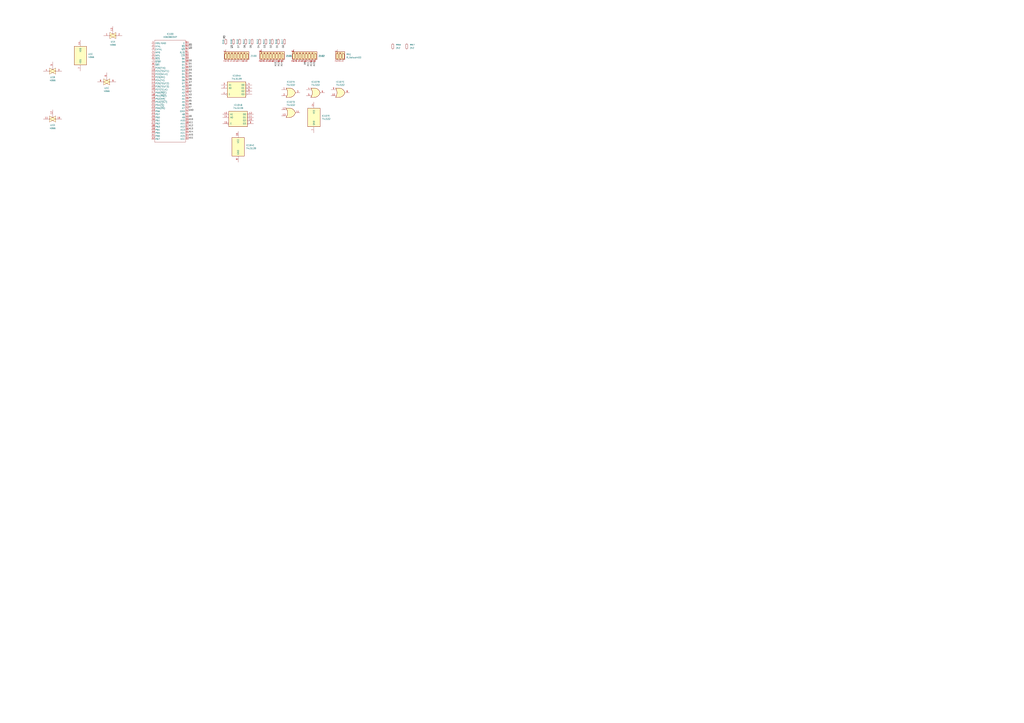
<source format=kicad_sch>
(kicad_sch (version 20250114) (generator "eeschema") (generator_version "9.0")
  (paper "A1")
  (lib_symbols
    (symbol "4xxx:4066" (pin_names (offset 1.016))
      (property "Reference" "U" (at -7.62 8.89 0))
      (property "Value" "4066" (at -7.62 -8.89 0))
      (symbol "4066_1_0"
        (polyline (pts (xy -2.54 2.54) (xy 2.54 0) (xy -2.54 -2.54) (xy -2.54 2.54)) (fill (type background)))
        (polyline (pts (xy -2.54 0) (xy 2.54 2.54) (xy 2.54 -2.54) (xy -2.54 0)) (fill (type background)))
        (polyline (pts (xy 0 1.27) (xy 0 2.54)) (stroke (width 0.1524)))
        (pin passive line (at -7.62 0 0) (length 5.08) (name "~") (number "1"))
        (pin input line (at 0 7.62 270) (length 5.08) (name "~") (number "13"))
        (pin passive line (at 7.62 0 180) (length 5.08) (name "~") (number "2"))
      )
      (symbol "4066_2_0"
        (polyline (pts (xy -2.54 2.54) (xy 2.54 0) (xy -2.54 -2.54) (xy -2.54 2.54)) (fill (type background)))
        (polyline (pts (xy -2.54 0) (xy 2.54 2.54) (xy 2.54 -2.54) (xy -2.54 0)) (fill (type background)))
        (polyline (pts (xy 0 1.27) (xy 0 2.54)) (stroke (width 0.1524)))
        (pin passive line (at -7.62 0 0) (length 5.08) (name "~") (number "4"))
        (pin input line (at 0 7.62 270) (length 5.08) (name "~") (number "5"))
        (pin passive line (at 7.62 0 180) (length 5.08) (name "~") (number "3"))
      )
      (symbol "4066_3_0"
        (polyline (pts (xy -2.54 2.54) (xy 2.54 0) (xy -2.54 -2.54) (xy -2.54 2.54)) (fill (type background)))
        (polyline (pts (xy -2.54 0) (xy 2.54 2.54) (xy 2.54 -2.54) (xy -2.54 0)) (fill (type background)))
        (polyline (pts (xy 0 1.27) (xy 0 2.54)) (stroke (width 0.1524)))
        (pin passive line (at -7.62 0 0) (length 5.08) (name "~") (number "8"))
        (pin input line (at 0 7.62 270) (length 5.08) (name "~") (number "6"))
        (pin passive line (at 7.62 0 180) (length 5.08) (name "~") (number "9"))
      )
      (symbol "4066_4_0"
        (polyline (pts (xy -2.54 2.54) (xy 2.54 0) (xy -2.54 -2.54) (xy -2.54 2.54)) (fill (type background)))
        (polyline (pts (xy -2.54 0) (xy 2.54 2.54) (xy 2.54 -2.54) (xy -2.54 0)) (fill (type background)))
        (polyline (pts (xy 0 1.27) (xy 0 2.54)) (stroke (width 0.1524)))
        (pin passive line (at -7.62 0 0) (length 5.08) (name "~") (number "11"))
        (pin input line (at 0 7.62 270) (length 5.08) (name "~") (number "12"))
        (pin passive line (at 7.62 0 180) (length 5.08) (name "~") (number "10"))
      )
      (symbol "4066_5_0"
        (pin power_in line (at 0 12.7 270) (length 5.08) (name "VDD") (number "14"))
        (pin power_in line (at 0 -12.7 90) (length 5.08) (name "VSS") (number "7"))
      )
      (symbol "4066_5_1"
        (rectangle (start -5.08 7.62) (end 5.08 -7.62) (stroke (width 0.254)) (fill (type background)))
      )
    )
    (symbol "74xx:74LS139" (pin_names (offset 1.016))
      (property "Reference" "U" (at -7.62 8.89 0))
      (property "Value" "74LS139" (at -7.62 -8.89 0))
      (symbol "74LS139_1_0"
        (pin input line (at -12.7 2.54 0) (length 5.08) (name "A1") (number "3"))
        (pin input line (at -12.7 0 0) (length 5.08) (name "A0") (number "2"))
        (pin input inverted (at -12.7 -5.08 0) (length 5.08) (name "E") (number "1"))
        (pin output inverted (at 12.7 2.54 180) (length 5.08) (name "O0") (number "4"))
        (pin output inverted (at 12.7 0 180) (length 5.08) (name "O1") (number "5"))
        (pin output inverted (at 12.7 -2.54 180) (length 5.08) (name "O2") (number "6"))
        (pin output inverted (at 12.7 -5.08 180) (length 5.08) (name "O3") (number "7"))
      )
      (symbol "74LS139_1_1"
        (rectangle (start -7.62 5.08) (end 7.62 -7.62) (stroke (width 0.254)) (fill (type background)))
      )
      (symbol "74LS139_2_0"
        (pin input line (at -12.7 2.54 0) (length 5.08) (name "A1") (number "13"))
        (pin input line (at -12.7 0 0) (length 5.08) (name "A0") (number "14"))
        (pin input inverted (at -12.7 -5.08 0) (length 5.08) (name "E") (number "15"))
        (pin output inverted (at 12.7 2.54 180) (length 5.08) (name "O0") (number "12"))
        (pin output inverted (at 12.7 0 180) (length 5.08) (name "O1") (number "11"))
        (pin output inverted (at 12.7 -2.54 180) (length 5.08) (name "O2") (number "10"))
        (pin output inverted (at 12.7 -5.08 180) (length 5.08) (name "O3") (number "9"))
      )
      (symbol "74LS139_2_1"
        (rectangle (start -7.62 5.08) (end 7.62 -7.62) (stroke (width 0.254)) (fill (type background)))
      )
      (symbol "74LS139_3_0"
        (pin power_in line (at 0 12.7 270) (length 5.08) (name "VCC") (number "16"))
        (pin power_in line (at 0 -12.7 90) (length 5.08) (name "GND") (number "8"))
      )
      (symbol "74LS139_3_1"
        (rectangle (start -5.08 7.62) (end 5.08 -7.62) (stroke (width 0.254)) (fill (type background)))
      )
    )
    (symbol "74xx:74LS32" (pin_names (offset 1.016))
      (property "Reference" "U" (at 0 1.27 0))
      (property "Value" "74LS32" (at 0 -1.27 0))
      (symbol "74LS32_1_1"
        (arc (start -3.81 3.81) (mid -2.589 0) (end -3.81 -3.81) (stroke (width 0.254)))
        (polyline (pts (xy -3.81 3.81) (xy -0.635 3.81)) (stroke (width 0.254)) (fill (type background)))
        (polyline (pts (xy -3.81 -3.81) (xy -0.635 -3.81)) (stroke (width 0.254)) (fill (type background)))
        (arc (start 3.81 0) (mid 2.1855 -2.584) (end -0.6096 -3.81) (stroke (width 0.254)) (fill (type background)))
        (arc (start -0.6096 3.81) (mid 2.1928 2.5924) (end 3.81 0) (stroke (width 0.254)) (fill (type background)))
        (polyline (pts (xy -0.635 3.81) (xy -3.81 3.81) (xy -3.81 3.81) (xy -3.556 3.4036) (xy -3.0226 2.2606) (xy -2.6924 1.0414) (xy -2.6162 -0.254) (xy -2.7686 -1.4986) (xy -3.175 -2.7178) (xy -3.81 -3.81) (xy -3.81 -3.81) (xy -0.635 -3.81)) (stroke (width -25.4)) (fill (type background)))
        (pin input line (at -7.62 2.54 0) (length 4.318) (name "~") (number "1"))
        (pin input line (at -7.62 -2.54 0) (length 4.318) (name "~") (number "2"))
        (pin output line (at 7.62 0 180) (length 3.81) (name "~") (number "3"))
      )
      (symbol "74LS32_1_2"
        (arc (start 0 3.81) (mid 3.7934 0) (end 0 -3.81) (stroke (width 0.254)) (fill (type background)))
        (polyline (pts (xy 0 3.81) (xy -3.81 3.81) (xy -3.81 -3.81) (xy 0 -3.81)) (stroke (width 0.254)) (fill (type background)))
        (pin input inverted (at -7.62 2.54 0) (length 3.81) (name "~") (number "1"))
        (pin input inverted (at -7.62 -2.54 0) (length 3.81) (name "~") (number "2"))
        (pin output inverted (at 7.62 0 180) (length 3.81) (name "~") (number "3"))
      )
      (symbol "74LS32_2_1"
        (arc (start -3.81 3.81) (mid -2.589 0) (end -3.81 -3.81) (stroke (width 0.254)))
        (polyline (pts (xy -3.81 3.81) (xy -0.635 3.81)) (stroke (width 0.254)) (fill (type background)))
        (polyline (pts (xy -3.81 -3.81) (xy -0.635 -3.81)) (stroke (width 0.254)) (fill (type background)))
        (arc (start 3.81 0) (mid 2.1855 -2.584) (end -0.6096 -3.81) (stroke (width 0.254)) (fill (type background)))
        (arc (start -0.6096 3.81) (mid 2.1928 2.5924) (end 3.81 0) (stroke (width 0.254)) (fill (type background)))
        (polyline (pts (xy -0.635 3.81) (xy -3.81 3.81) (xy -3.81 3.81) (xy -3.556 3.4036) (xy -3.0226 2.2606) (xy -2.6924 1.0414) (xy -2.6162 -0.254) (xy -2.7686 -1.4986) (xy -3.175 -2.7178) (xy -3.81 -3.81) (xy -3.81 -3.81) (xy -0.635 -3.81)) (stroke (width -25.4)) (fill (type background)))
        (pin input line (at -7.62 2.54 0) (length 4.318) (name "~") (number "4"))
        (pin input line (at -7.62 -2.54 0) (length 4.318) (name "~") (number "5"))
        (pin output line (at 7.62 0 180) (length 3.81) (name "~") (number "6"))
      )
      (symbol "74LS32_2_2"
        (arc (start 0 3.81) (mid 3.7934 0) (end 0 -3.81) (stroke (width 0.254)) (fill (type background)))
        (polyline (pts (xy 0 3.81) (xy -3.81 3.81) (xy -3.81 -3.81) (xy 0 -3.81)) (stroke (width 0.254)) (fill (type background)))
        (pin input inverted (at -7.62 2.54 0) (length 3.81) (name "~") (number "4"))
        (pin input inverted (at -7.62 -2.54 0) (length 3.81) (name "~") (number "5"))
        (pin output inverted (at 7.62 0 180) (length 3.81) (name "~") (number "6"))
      )
      (symbol "74LS32_3_1"
        (arc (start -3.81 3.81) (mid -2.589 0) (end -3.81 -3.81) (stroke (width 0.254)))
        (polyline (pts (xy -3.81 3.81) (xy -0.635 3.81)) (stroke (width 0.254)) (fill (type background)))
        (polyline (pts (xy -3.81 -3.81) (xy -0.635 -3.81)) (stroke (width 0.254)) (fill (type background)))
        (arc (start 3.81 0) (mid 2.1855 -2.584) (end -0.6096 -3.81) (stroke (width 0.254)) (fill (type background)))
        (arc (start -0.6096 3.81) (mid 2.1928 2.5924) (end 3.81 0) (stroke (width 0.254)) (fill (type background)))
        (polyline (pts (xy -0.635 3.81) (xy -3.81 3.81) (xy -3.81 3.81) (xy -3.556 3.4036) (xy -3.0226 2.2606) (xy -2.6924 1.0414) (xy -2.6162 -0.254) (xy -2.7686 -1.4986) (xy -3.175 -2.7178) (xy -3.81 -3.81) (xy -3.81 -3.81) (xy -0.635 -3.81)) (stroke (width -25.4)) (fill (type background)))
        (pin input line (at -7.62 2.54 0) (length 4.318) (name "~") (number "9"))
        (pin input line (at -7.62 -2.54 0) (length 4.318) (name "~") (number "10"))
        (pin output line (at 7.62 0 180) (length 3.81) (name "~") (number "8"))
      )
      (symbol "74LS32_3_2"
        (arc (start 0 3.81) (mid 3.7934 0) (end 0 -3.81) (stroke (width 0.254)) (fill (type background)))
        (polyline (pts (xy 0 3.81) (xy -3.81 3.81) (xy -3.81 -3.81) (xy 0 -3.81)) (stroke (width 0.254)) (fill (type background)))
        (pin input inverted (at -7.62 2.54 0) (length 3.81) (name "~") (number "9"))
        (pin input inverted (at -7.62 -2.54 0) (length 3.81) (name "~") (number "10"))
        (pin output inverted (at 7.62 0 180) (length 3.81) (name "~") (number "8"))
      )
      (symbol "74LS32_4_1"
        (arc (start -3.81 3.81) (mid -2.589 0) (end -3.81 -3.81) (stroke (width 0.254)))
        (polyline (pts (xy -3.81 3.81) (xy -0.635 3.81)) (stroke (width 0.254)) (fill (type background)))
        (polyline (pts (xy -3.81 -3.81) (xy -0.635 -3.81)) (stroke (width 0.254)) (fill (type background)))
        (arc (start 3.81 0) (mid 2.1855 -2.584) (end -0.6096 -3.81) (stroke (width 0.254)) (fill (type background)))
        (arc (start -0.6096 3.81) (mid 2.1928 2.5924) (end 3.81 0) (stroke (width 0.254)) (fill (type background)))
        (polyline (pts (xy -0.635 3.81) (xy -3.81 3.81) (xy -3.81 3.81) (xy -3.556 3.4036) (xy -3.0226 2.2606) (xy -2.6924 1.0414) (xy -2.6162 -0.254) (xy -2.7686 -1.4986) (xy -3.175 -2.7178) (xy -3.81 -3.81) (xy -3.81 -3.81) (xy -0.635 -3.81)) (stroke (width -25.4)) (fill (type background)))
        (pin input line (at -7.62 2.54 0) (length 4.318) (name "~") (number "12"))
        (pin input line (at -7.62 -2.54 0) (length 4.318) (name "~") (number "13"))
        (pin output line (at 7.62 0 180) (length 3.81) (name "~") (number "11"))
      )
      (symbol "74LS32_4_2"
        (arc (start 0 3.81) (mid 3.7934 0) (end 0 -3.81) (stroke (width 0.254)) (fill (type background)))
        (polyline (pts (xy 0 3.81) (xy -3.81 3.81) (xy -3.81 -3.81) (xy 0 -3.81)) (stroke (width 0.254)) (fill (type background)))
        (pin input inverted (at -7.62 2.54 0) (length 3.81) (name "~") (number "12"))
        (pin input inverted (at -7.62 -2.54 0) (length 3.81) (name "~") (number "13"))
        (pin output inverted (at 7.62 0 180) (length 3.81) (name "~") (number "11"))
      )
      (symbol "74LS32_5_0"
        (pin power_in line (at 0 12.7 270) (length 5.08) (name "VCC") (number "14"))
        (pin power_in line (at 0 -12.7 90) (length 5.08) (name "GND") (number "7"))
      )
      (symbol "74LS32_5_1"
        (rectangle (start -5.08 7.62) (end 5.08 -7.62) (stroke (width 0.254)) (fill (type background)))
      )
    )
    (symbol "Device:R_Network03" (pin_names (offset 0) (hide yes))
      (property "Reference" "RN" (at -5.08 0 90))
      (property "Value" "R_Network03" (at 5.08 0 90))
      (symbol "R_Network03_0_1"
        (rectangle (start -3.81 -3.175) (end 3.81 3.175) (stroke (width 0.254)) (fill (type background)))
        (rectangle (start -3.302 1.524) (end -1.778 -2.54) (stroke (width 0.254)))
        (circle (center -2.54 2.286) (radius 0.254) (fill (type outline)))
        (polyline (pts (xy -2.54 1.524) (xy -2.54 2.286) (xy 0 2.286) (xy 0 1.524)))
        (polyline (pts (xy -2.54 -2.54) (xy -2.54 -3.81)))
        (rectangle (start -0.762 1.524) (end 0.762 -2.54) (stroke (width 0.254)))
        (circle (center 0 2.286) (radius 0.254) (fill (type outline)))
        (polyline (pts (xy 0 1.524) (xy 0 2.286) (xy 2.54 2.286) (xy 2.54 1.524)))
        (polyline (pts (xy 0 -2.54) (xy 0 -3.81)))
        (rectangle (start 1.778 1.524) (end 3.302 -2.54) (stroke (width 0.254)))
        (polyline (pts (xy 2.54 -2.54) (xy 2.54 -3.81)))
      )
      (symbol "R_Network03_1_1"
        (pin passive line (at -2.54 5.08 270) (length 2.54) (name "common") (number "1"))
        (pin passive line (at -2.54 -5.08 90) (length 1.27) (name "R1") (number "2"))
        (pin passive line (at 0 -5.08 90) (length 1.27) (name "R2") (number "3"))
        (pin passive line (at 2.54 -5.08 90) (length 1.27) (name "R3") (number "4"))
      )
    )
    (symbol "Device:R_Network08" (pin_names (offset 0) (hide yes))
      (property "Reference" "RN" (at -12.7 0 90))
      (property "Value" "R_Network08" (at 10.16 0 90))
      (symbol "R_Network08_0_1"
        (rectangle (start -11.43 -3.175) (end 8.89 3.175) (stroke (width 0.254)) (fill (type background)))
        (rectangle (start -10.922 1.524) (end -9.398 -2.54) (stroke (width 0.254)))
        (circle (center -10.16 2.286) (radius 0.254) (fill (type outline)))
        (polyline (pts (xy -10.16 1.524) (xy -10.16 2.286) (xy -7.62 2.286) (xy -7.62 1.524)))
        (polyline (pts (xy -10.16 -2.54) (xy -10.16 -3.81)))
        (rectangle (start -8.382 1.524) (end -6.858 -2.54) (stroke (width 0.254)))
        (circle (center -7.62 2.286) (radius 0.254) (fill (type outline)))
        (polyline (pts (xy -7.62 1.524) (xy -7.62 2.286) (xy -5.08 2.286) (xy -5.08 1.524)))
        (polyline (pts (xy -7.62 -2.54) (xy -7.62 -3.81)))
        (rectangle (start -5.842 1.524) (end -4.318 -2.54) (stroke (width 0.254)))
        (circle (center -5.08 2.286) (radius 0.254) (fill (type outline)))
        (polyline (pts (xy -5.08 1.524) (xy -5.08 2.286) (xy -2.54 2.286) (xy -2.54 1.524)))
        (polyline (pts (xy -5.08 -2.54) (xy -5.08 -3.81)))
        (rectangle (start -3.302 1.524) (end -1.778 -2.54) (stroke (width 0.254)))
        (circle (center -2.54 2.286) (radius 0.254) (fill (type outline)))
        (polyline (pts (xy -2.54 1.524) (xy -2.54 2.286) (xy 0 2.286) (xy 0 1.524)))
        (polyline (pts (xy -2.54 -2.54) (xy -2.54 -3.81)))
        (rectangle (start -0.762 1.524) (end 0.762 -2.54) (stroke (width 0.254)))
        (circle (center 0 2.286) (radius 0.254) (fill (type outline)))
        (polyline (pts (xy 0 1.524) (xy 0 2.286) (xy 2.54 2.286) (xy 2.54 1.524)))
        (polyline (pts (xy 0 -2.54) (xy 0 -3.81)))
        (rectangle (start 1.778 1.524) (end 3.302 -2.54) (stroke (width 0.254)))
        (circle (center 2.54 2.286) (radius 0.254) (fill (type outline)))
        (polyline (pts (xy 2.54 1.524) (xy 2.54 2.286) (xy 5.08 2.286) (xy 5.08 1.524)))
        (polyline (pts (xy 2.54 -2.54) (xy 2.54 -3.81)))
        (rectangle (start 4.318 1.524) (end 5.842 -2.54) (stroke (width 0.254)))
        (circle (center 5.08 2.286) (radius 0.254) (fill (type outline)))
        (polyline (pts (xy 5.08 1.524) (xy 5.08 2.286) (xy 7.62 2.286) (xy 7.62 1.524)))
        (polyline (pts (xy 5.08 -2.54) (xy 5.08 -3.81)))
        (rectangle (start 6.858 1.524) (end 8.382 -2.54) (stroke (width 0.254)))
        (polyline (pts (xy 7.62 -2.54) (xy 7.62 -3.81)))
      )
      (symbol "R_Network08_1_1"
        (pin passive line (at -10.16 5.08 270) (length 2.54) (name "common") (number "1"))
        (pin passive line (at -10.16 -5.08 90) (length 1.27) (name "R1") (number "2"))
        (pin passive line (at -7.62 -5.08 90) (length 1.27) (name "R2") (number "3"))
        (pin passive line (at -5.08 -5.08 90) (length 1.27) (name "R3") (number "4"))
        (pin passive line (at -2.54 -5.08 90) (length 1.27) (name "R4") (number "5"))
        (pin passive line (at 0 -5.08 90) (length 1.27) (name "R5") (number "6"))
        (pin passive line (at 2.54 -5.08 90) (length 1.27) (name "R6") (number "7"))
        (pin passive line (at 5.08 -5.08 90) (length 1.27) (name "R7") (number "8"))
        (pin passive line (at 7.62 -5.08 90) (length 1.27) (name "R8") (number "9"))
      )
    )
    (symbol "Device:R_Small" (pin_numbers (hide yes)) (pin_names (offset 0.254) (hide yes))
      (property "Reference" "R" (at 0 0 90))
      (property "Value" "R_Small" (at 1.778 0 90))
      (symbol "R_Small_0_1"
        (rectangle (start -0.762 1.778) (end 0.762 -1.778) (stroke (width 0.2032)))
      )
      (symbol "R_Small_1_1"
        (pin passive line (at 0 2.54 270) (length 0.762) (name "~") (number "1"))
        (pin passive line (at 0 -2.54 90) (length 0.762) (name "~") (number "2"))
      )
    )
    (symbol "_mine_d:HD63B03X"
      (property "Reference" "IC" (at 0 0 0))
      (symbol "HD63B03X_0_1"
        (rectangle (start -13.97 38.1) (end 11.43 -45.72))
      )
      (symbol "HD63B03X_1_1"
        (pin power_in line (at -16.51 35.56 0) (length 2.54) (name "VSS/GND") (number "1"))
        (pin input line (at -16.51 33.02 0) (length 2.54) (name "XTAL") (number "2"))
        (pin input line (at -16.51 30.48 0) (length 2.54) (name "EXTAL") (number "3"))
        (pin input line (at -16.51 27.94 0) (length 2.54) (name "MP0") (number "4"))
        (pin input line (at -16.51 25.4 0) (length 2.54) (name "MP1") (number "5"))
        (pin input line (at -16.51 22.86 0) (length 2.54) (name "~{RES}") (number "6"))
        (pin input line (at -16.51 20.32 0) (length 2.54) (name "~{STBY}") (number "7"))
        (pin input line (at -16.51 17.78 0) (length 2.54) (name "~{NMI}") (number "8"))
        (pin input line (at -16.51 15.24 0) (length 2.54) (name "P20(TIN)") (number "9"))
        (pin input line (at -16.51 12.7 0) (length 2.54) (name "P21(TOUT1)") (number "10"))
        (pin input line (at -16.51 10.16 0) (length 2.54) (name "P22(SCLK)") (number "11"))
        (pin input line (at -16.51 7.62 0) (length 2.54) (name "P23(RX)") (number "12"))
        (pin input line (at -16.51 5.08 0) (length 2.54) (name "P24(TX)") (number "13"))
        (pin input line (at -16.51 2.54 0) (length 2.54) (name "P25(TOUT2)") (number "14"))
        (pin input line (at -16.51 0 0) (length 2.54) (name "P26(TOUT3)") (number "15"))
        (pin input line (at -16.51 -2.54 0) (length 2.54) (name "P27(TCLK)") (number "16"))
        (pin input line (at -16.51 -5.08 0) (length 2.54) (name "P50(~{RQ1})") (number "17"))
        (pin input line (at -16.51 -7.62 0) (length 2.54) (name "P51(~{RQ2})") (number "18"))
        (pin input line (at -16.51 -10.16 0) (length 2.54) (name "P52(MR)") (number "19"))
        (pin input line (at -16.51 -12.7 0) (length 2.54) (name "P53(~{HALT})") (number "20"))
        (pin input line (at -16.51 -15.24 0) (length 2.54) (name "P54(~{IS})") (number "21"))
        (pin input line (at -16.51 -17.78 0) (length 2.54) (name "P55(~{OS})") (number "22"))
        (pin input line (at -16.51 -20.32 0) (length 2.54) (name "P56") (number "23"))
        (pin input line (at -16.51 -22.86 0) (length 2.54) (name "P57") (number "24"))
        (pin input line (at -16.51 -25.4 0) (length 2.54) (name "P60") (number "25"))
        (pin input line (at -16.51 -27.94 0) (length 2.54) (name "P61") (number "26"))
        (pin input line (at -16.51 -30.48 0) (length 2.54) (name "P62") (number "27"))
        (pin input line (at -16.51 -33.02 0) (length 2.54) (name "P63") (number "28"))
        (pin input line (at -16.51 -35.56 0) (length 2.54) (name "P64") (number "29"))
        (pin input line (at -16.51 -38.1 0) (length 2.54) (name "P65") (number "30"))
        (pin input line (at -16.51 -40.64 0) (length 2.54) (name "P66") (number "31"))
        (pin input line (at -16.51 -43.18 0) (length 2.54) (name "P67") (number "32"))
        (pin output line (at 13.97 35.56 180) (length 2.54) (name "E") (number "64"))
        (pin output line (at 13.97 33.02 180) (length 2.54) (name "~{RD}") (number "63"))
        (pin output line (at 13.97 30.48 180) (length 2.54) (name "~{WR}") (number "62"))
        (pin output line (at 13.97 27.94 180) (length 2.54) (name "R/~{W}") (number "61"))
        (pin output line (at 13.97 25.4 180) (length 2.54) (name "~{LIR}") (number "60"))
        (pin output line (at 13.97 22.86 180) (length 2.54) (name "BA") (number "59"))
        (pin bidirectional line (at 13.97 20.32 180) (length 2.54) (name "D0") (number "58"))
        (pin bidirectional line (at 13.97 17.78 180) (length 2.54) (name "D1") (number "57"))
        (pin bidirectional line (at 13.97 15.24 180) (length 2.54) (name "D2") (number "56"))
        (pin bidirectional line (at 13.97 12.7 180) (length 2.54) (name "D3") (number "55"))
        (pin bidirectional line (at 13.97 10.16 180) (length 2.54) (name "D4") (number "54"))
        (pin bidirectional line (at 13.97 7.62 180) (length 2.54) (name "D5") (number "53"))
        (pin bidirectional line (at 13.97 5.08 180) (length 2.54) (name "D6") (number "52"))
        (pin bidirectional line (at 13.97 2.54 180) (length 2.54) (name "D7") (number "51"))
        (pin input line (at 13.97 0 180) (length 2.54) (name "A0") (number "50"))
        (pin input line (at 13.97 -2.54 180) (length 2.54) (name "A1") (number "49"))
        (pin input line (at 13.97 -5.08 180) (length 2.54) (name "A2") (number "48"))
        (pin input line (at 13.97 -7.62 180) (length 2.54) (name "A3") (number "47"))
        (pin input line (at 13.97 -10.16 180) (length 2.54) (name "A4") (number "46"))
        (pin input line (at 13.97 -12.7 180) (length 2.54) (name "A5") (number "45"))
        (pin input line (at 13.97 -15.24 180) (length 2.54) (name "A6") (number "44"))
        (pin input line (at 13.97 -17.78 180) (length 2.54) (name "A7") (number "43"))
        (pin power_in line (at 13.97 -20.32 180) (length 2.54) (name "GND") (number "42"))
        (pin input line (at 13.97 -22.86 180) (length 2.54) (name "A8") (number "41"))
        (pin input line (at 13.97 -25.4 180) (length 2.54) (name "A9") (number "40"))
        (pin input line (at 13.97 -27.94 180) (length 2.54) (name "A10") (number "39"))
        (pin input line (at 13.97 -30.48 180) (length 2.54) (name "A11") (number "38"))
        (pin input line (at 13.97 -33.02 180) (length 2.54) (name "A12") (number "37"))
        (pin input line (at 13.97 -35.56 180) (length 2.54) (name "A13") (number "36"))
        (pin input line (at 13.97 -38.1 180) (length 2.54) (name "A14") (number "35"))
        (pin input line (at 13.97 -40.64 180) (length 2.54) (name "A15") (number "34"))
        (pin power_in line (at 13.97 -43.18 180) (length 2.54) (name "VCC") (number "33"))
      )
    )
  )
  (label "D5" (at 154.94 63.5 0))
  (label "A14" (at 154.94 109.22 0))
  (label "A12" (at 154.94 104.14 0))
  (label "D0" (at 233.68 36.83 270))
  (label "A6" (at 154.94 86.36 0))
  (label "A15" (at 154.94 111.76 0))
  (label "A2" (at 154.94 76.2 0))
  (label "~{RD}" (at 154.94 38.1 0))
  (label "A14" (at 232.41 50.8 270))
  (label "D1" (at 154.94 53.34 0))
  (label "D2" (at 223.52 36.83 270))
  (label "D6" (at 201.93 36.83 270))
  (label "D7" (at 154.94 68.58 0))
  (label "D7" (at 196.85 36.83 270))
  (label "D4" (at 213.36 36.83 270))
  (label "D0" (at 154.94 50.8 0))
  (label "D4" (at 154.94 60.96 0))
  (label "A10" (at 154.94 99.06 0))
  (label "A5" (at 154.94 83.82 0))
  (label "A4" (at 154.94 81.28 0))
  (label "D2" (at 154.94 55.88 0))
  (label "D6" (at 154.94 66.04 0))
  (label "A7" (at 154.94 88.9 0))
  (label "A11" (at 254 50.8 270))
  (label "A13" (at 256.54 50.8 270))
  (label "A9" (at 154.94 96.52 0))
  (label "A9" (at 251.46 50.8 270))
  (label "~{WR}" (at 191.77 36.83 270))
  (label "D3" (at 218.44 36.83 270))
  (label "A13" (at 154.94 106.68 0))
  (label "A12" (at 229.87 50.8 270))
  (label "A10" (at 227.33 50.8 270))
  (label "D1" (at 228.6 36.83 270))
  (label "VCC" (at 154.94 114.3 0))
  (label "A15" (at 259.08 50.8 270))
  (label "A11" (at 154.94 101.6 0))
  (label "A3" (at 154.94 78.74 0))
  (label "A1" (at 154.94 73.66 0))
  (label "A0" (at 154.94 71.12 0))
  (label "GND" (at 154.94 91.44 0))
  (label "D5" (at 207.01 36.83 270))
  (label "D3" (at 154.94 58.42 0))
  (label "~{WR}" (at 154.94 40.64 0))
  (label "~{RD}" (at 185.42 31.75 90))
  (symbol (lib_id "Device:R_Small") (at 218.44 34.29 0) (unit 1)
    (property "Reference" "R114" (at 216.662 36.322 90) (effects (font (size 1.016 1.016)) (justify left)))
    (property "Value" "R_Small" (effects (hide yes)))
    (property "Footprint" "_mine:R_Axial_L3.6mm_D1.6mm_P4.5mm_Horizontal" (effects (hide yes)))
    (property "Description" "Resistor, small symbol" (effects (hide yes)))
  )
  (symbol (lib_id "Device:R_Small") (at 185.42 34.29 0) (unit 1)
    (property "Reference" "R134" (at 183.388 36.322 90) (effects (font (size 1.016 1.016)) (justify left)))
    (property "Value" "R_Small" (effects (hide yes)))
    (property "Footprint" "_mine:R_Axial_L3.6mm_D1.6mm_P4.5mm_Horizontal" (effects (hide yes)))
    (property "Description" "Resistor, small symbol" (effects (hide yes)))
  )
  (symbol (lib_id "Device:R_Small") (at 191.77 34.29 0) (unit 1)
    (property "Reference" "R133" (at 189.992 36.322 90) (effects (font (size 1.016 1.016)) (justify left)))
    (property "Value" "R_Small" (effects (hide yes)))
    (property "Footprint" "_mine:R_Axial_L3.6mm_D1.6mm_P4.5mm_Horizontal" (effects (hide yes)))
    (property "Description" "Resistor, small symbol" (effects (hide yes)))
  )
  (symbol (lib_id "Device:R_Small") (at 201.93 34.29 0) (unit 1)
    (property "Reference" "R111" (at 200.152 36.322 90) (effects (font (size 1.016 1.016)) (justify left)))
    (property "Value" "R_Small" (effects (hide yes)))
    (property "Footprint" "_mine:R_Axial_L3.6mm_D1.6mm_P4.5mm_Horizontal" (effects (hide yes)))
    (property "Description" "Resistor, small symbol" (effects (hide yes)))
  )
  (symbol (lib_id "74xx:74LS32") (at 279.4 76.2 0) (unit 3)
    (property "Reference" "IC107" (at 279.4 67.31 0))
    (property "Value" "74LS32" (at 279.4 69.85 0))
    (property "Footprint" "Package_DIP:DIP-14_W7.62mm" (effects (hide yes)))
    (property "Datasheet" "http://www.ti.com/lit/gpn/sn74LS32" (effects (hide yes)))
    (property "Description" "Quad 2-input OR" (effects (hide yes)))
  )
  (symbol (lib_id "_mine_d:HD63B03X") (at 140.97 71.12 0) (unit 1)
    (property "Reference" "IC100" (at 139.7 27.94 0))
    (property "Value" "HD63B03XP" (at 139.7 30.48 0))
    (property "Footprint" "_mine:DIP-64_1.778" (effects (hide yes)))
  )
  (symbol (lib_id "Device:R_Small") (at 207.01 34.29 0) (unit 1)
    (property "Reference" "R112" (at 204.978 36.322 90) (effects (font (size 1.016 1.016)) (justify left)))
    (property "Value" "R_Small" (effects (hide yes)))
    (property "Footprint" "_mine:R_Axial_L3.6mm_D1.6mm_P4.5mm_Horizontal" (effects (hide yes)))
    (property "Description" "Resistor, small symbol" (effects (hide yes)))
  )
  (symbol (lib_id "Device:R_Network08") (at 251.46 45.72 0) (unit 1)
    (property "Reference" "Z102" (at 261.62 45.9739 0) (effects (justify left)))
    (property "Value" "R_Network08" (effects (hide yes)))
    (property "Footprint" "Resistor_THT:R_Array_SIP9" (effects (hide yes)))
    (property "Datasheet" "http://www.vishay.com/docs/31509/csc.pdf" (effects (hide yes)))
    (property "Description" "8 resistor network, star topology, bussed resistors, small symbol" (effects (hide yes)))
  )
  (symbol (lib_id "Device:R_Small") (at 334.01 38.1 0) (unit 1)
    (property "Reference" "R917" (at 336.55 36.8299 0) (effects (font (size 1.016 1.016)) (justify left)))
    (property "Value" "2k2" (at 336.55 39.3699 0) (effects (justify left)))
    (property "Footprint" "Resistor_SMD:R_0805_2012Metric" (effects (hide yes)))
    (property "Description" "Resistor, small symbol" (effects (hide yes)))
  )
  (symbol (lib_id "Device:R_Small") (at 322.58 38.1 0) (unit 1)
    (property "Reference" "R916" (at 325.12 36.8299 0) (effects (font (size 1.016 1.016)) (justify left)))
    (property "Value" "2k2" (at 325.12 39.3699 0) (effects (justify left)))
    (property "Footprint" "Resistor_SMD:R_0805_2012Metric" (effects (hide yes)))
    (property "Description" "Resistor, small symbol" (effects (hide yes)))
  )
  (symbol (lib_id "4xxx:4066") (at 66.04 45.72 0) (unit 5)
    (property "Reference" "U1" (at 72.39 44.4499 0) (effects (justify left)))
    (property "Value" "4066" (at 72.39 46.9899 0) (effects (justify left)))
    (property "Footprint" "Package_DIP:DIP-14_W7.62mm" (effects (hide yes)))
    (property "Datasheet" "http://www.ti.com/lit/ds/symlink/cd4066b.pdf" (effects (hide yes)))
    (property "Description" "Quad Analog Switches" (effects (hide yes)))
  )
  (symbol (lib_id "74xx:74LS32") (at 238.76 76.2 0) (unit 1)
    (property "Reference" "IC107" (at 238.76 67.31 0))
    (property "Value" "74LS32" (at 238.76 69.85 0))
    (property "Footprint" "Package_DIP:DIP-14_W7.62mm" (effects (hide yes)))
    (property "Datasheet" "http://www.ti.com/lit/gpn/sn74LS32" (effects (hide yes)))
    (property "Description" "Quad 2-input OR" (effects (hide yes)))
  )
  (symbol (lib_id "74xx:74LS139") (at 195.58 96.52 0) (unit 2)
    (property "Reference" "IC104" (at 195.58 86.36 0))
    (property "Value" "74LS139" (at 195.58 88.9 0))
    (property "Footprint" "Package_DIP:CERDIP-16_W7.62mm_SideBrazed" (effects (hide yes)))
    (property "Datasheet" "http://www.ti.com/lit/ds/symlink/sn74ls139a.pdf" (effects (hide yes)))
    (property "Description" "Dual Decoder 1 of 4, Active low outputs" (effects (hide yes)))
  )
  (symbol (lib_id "Device:R_Network08") (at 195.58 45.72 0) (unit 1)
    (property "Reference" "Z100" (at 205.74 45.9739 0) (effects (justify left)))
    (property "Value" "R_Network08" (effects (hide yes)))
    (property "Footprint" "Resistor_THT:R_Array_SIP9" (effects (hide yes)))
    (property "Datasheet" "http://www.vishay.com/docs/31509/csc.pdf" (effects (hide yes)))
    (property "Description" "8 resistor network, star topology, bussed resistors, small symbol" (effects (hide yes)))
  )
  (symbol (lib_id "Device:R_Small") (at 196.85 34.29 0) (unit 1)
    (property "Reference" "R110" (at 195.072 36.322 90) (effects (font (size 1.016 1.016)) (justify left)))
    (property "Value" "R_Small" (effects (hide yes)))
    (property "Footprint" "_mine:R_Axial_L3.6mm_D1.6mm_P4.5mm_Horizontal" (effects (hide yes)))
    (property "Description" "Resistor, small symbol" (effects (hide yes)))
  )
  (symbol (lib_id "Device:R_Small") (at 223.52 34.29 0) (unit 1)
    (property "Reference" "R115" (at 221.742 36.322 90) (effects (font (size 1.016 1.016)) (justify left)))
    (property "Value" "R_Small" (effects (hide yes)))
    (property "Footprint" "_mine:R_Axial_L3.6mm_D1.6mm_P4.5mm_Horizontal" (effects (hide yes)))
    (property "Description" "Resistor, small symbol" (effects (hide yes)))
  )
  (symbol (lib_id "Device:R_Network03") (at 279.4 45.72 0) (unit 1)
    (property "Reference" "RN1" (at 284.48 44.7039 0) (effects (justify left)))
    (property "Value" "R_Network03" (at 284.48 47.2439 0) (effects (justify left)))
    (property "Footprint" "Resistor_THT:R_Array_SIP4" (effects (hide yes)))
    (property "Datasheet" "http://www.vishay.com/docs/31509/csc.pdf" (effects (hide yes)))
    (property "Description" "3 resistor network, star topology, bussed resistors, small symbol" (effects (hide yes)))
  )
  (symbol (lib_id "74xx:74LS32") (at 238.76 92.71 0) (unit 4)
    (property "Reference" "IC107" (at 238.76 83.82 0))
    (property "Value" "74LS32" (at 238.76 86.36 0))
    (property "Footprint" "Package_DIP:DIP-14_W7.62mm" (effects (hide yes)))
    (property "Datasheet" "http://www.ti.com/lit/gpn/sn74LS32" (effects (hide yes)))
    (property "Description" "Quad 2-input OR" (effects (hide yes)))
  )
  (symbol (lib_id "74xx:74LS139") (at 195.58 120.65 0) (unit 3)
    (property "Reference" "IC104" (at 201.93 119.3799 0) (effects (justify left)))
    (property "Value" "74LS139" (at 201.93 121.9199 0) (effects (justify left)))
    (property "Footprint" "Package_DIP:CERDIP-16_W7.62mm_SideBrazed" (effects (hide yes)))
    (property "Datasheet" "http://www.ti.com/lit/ds/symlink/sn74ls139a.pdf" (effects (hide yes)))
    (property "Description" "Dual Decoder 1 of 4, Active low outputs" (effects (hide yes)))
  )
  (symbol (lib_id "4xxx:4066") (at 43.18 58.42 0) (unit 2)
    (property "Reference" "U1" (at 43.18 63.5 0))
    (property "Value" "4066" (at 43.18 66.04 0))
    (property "Footprint" "Package_DIP:DIP-14_W7.62mm" (effects (hide yes)))
    (property "Datasheet" "http://www.ti.com/lit/ds/symlink/cd4066b.pdf" (effects (hide yes)))
    (property "Description" "Quad Analog Switches" (effects (hide yes)))
  )
  (symbol (lib_id "4xxx:4066") (at 43.18 97.79 0) (unit 4)
    (property "Reference" "U1" (at 43.18 102.87 0))
    (property "Value" "4066" (at 43.18 105.41 0))
    (property "Footprint" "Package_DIP:DIP-14_W7.62mm" (effects (hide yes)))
    (property "Datasheet" "http://www.ti.com/lit/ds/symlink/cd4066b.pdf" (effects (hide yes)))
    (property "Description" "Quad Analog Switches" (effects (hide yes)))
  )
  (symbol (lib_id "74xx:74LS32") (at 257.81 96.52 0) (unit 5)
    (property "Reference" "IC107" (at 264.16 95.2499 0) (effects (justify left)))
    (property "Value" "74LS32" (at 264.16 97.7899 0) (effects (justify left)))
    (property "Footprint" "Package_DIP:DIP-14_W7.62mm" (effects (hide yes)))
    (property "Datasheet" "http://www.ti.com/lit/gpn/sn74LS32" (effects (hide yes)))
    (property "Description" "Quad 2-input OR" (effects (hide yes)))
  )
  (symbol (lib_id "Device:R_Network08") (at 224.79 45.72 0) (unit 1)
    (property "Reference" "Z101" (at 234.95 45.9739 0) (effects (justify left)))
    (property "Value" "R_Network08" (effects (hide yes)))
    (property "Footprint" "Resistor_THT:R_Array_SIP9" (effects (hide yes)))
    (property "Datasheet" "http://www.vishay.com/docs/31509/csc.pdf" (effects (hide yes)))
    (property "Description" "8 resistor network, star topology, bussed resistors, small symbol" (effects (hide yes)))
  )
  (symbol (lib_id "74xx:74LS139") (at 194.31 72.39 0) (unit 1)
    (property "Reference" "IC104" (at 194.31 62.23 0))
    (property "Value" "74LS139" (at 194.31 64.77 0))
    (property "Footprint" "Package_DIP:CERDIP-16_W7.62mm_SideBrazed" (effects (hide yes)))
    (property "Datasheet" "http://www.ti.com/lit/ds/symlink/sn74ls139a.pdf" (effects (hide yes)))
    (property "Description" "Dual Decoder 1 of 4, Active low outputs" (effects (hide yes)))
  )
  (symbol (lib_id "Device:R_Small") (at 228.6 34.29 0) (unit 1)
    (property "Reference" "R116" (at 226.822 36.322 90) (effects (font (size 1.016 1.016)) (justify left)))
    (property "Value" "R_Small" (effects (hide yes)))
    (property "Footprint" "_mine:R_Axial_L3.6mm_D1.6mm_P4.5mm_Horizontal" (effects (hide yes)))
    (property "Description" "Resistor, small symbol" (effects (hide yes)))
  )
  (symbol (lib_id "4xxx:4066") (at 92.71 29.21 0) (unit 1)
    (property "Reference" "U1" (at 92.71 34.29 0))
    (property "Value" "4066" (at 92.71 36.83 0))
    (property "Footprint" "Package_DIP:DIP-14_W7.62mm" (effects (hide yes)))
    (property "Datasheet" "http://www.ti.com/lit/ds/symlink/cd4066b.pdf" (effects (hide yes)))
    (property "Description" "Quad Analog Switches" (effects (hide yes)))
  )
  (symbol (lib_id "74xx:74LS32") (at 259.08 76.2 0) (unit 2)
    (property "Reference" "IC107" (at 259.08 67.31 0))
    (property "Value" "74LS32" (at 259.08 69.85 0))
    (property "Footprint" "Package_DIP:DIP-14_W7.62mm" (effects (hide yes)))
    (property "Datasheet" "http://www.ti.com/lit/gpn/sn74LS32" (effects (hide yes)))
    (property "Description" "Quad 2-input OR" (effects (hide yes)))
  )
  (symbol (lib_id "Device:R_Small") (at 233.68 34.29 0) (unit 1)
    (property "Reference" "R117" (at 231.902 36.322 90) (effects (font (size 1.016 1.016)) (justify left)))
    (property "Value" "R_Small" (effects (hide yes)))
    (property "Footprint" "_mine:R_Axial_L3.6mm_D1.6mm_P4.5mm_Horizontal" (effects (hide yes)))
    (property "Description" "Resistor, small symbol" (effects (hide yes)))
  )
  (symbol (lib_id "Device:R_Small") (at 213.36 34.29 0) (unit 1)
    (property "Reference" "R113" (at 211.582 36.322 90) (effects (font (size 1.016 1.016)) (justify left)))
    (property "Value" "R_Small" (effects (hide yes)))
    (property "Footprint" "_mine:R_Axial_L3.6mm_D1.6mm_P4.5mm_Horizontal" (effects (hide yes)))
    (property "Description" "Resistor, small symbol" (effects (hide yes)))
  )
  (symbol (lib_id "4xxx:4066") (at 87.63 67.31 0) (unit 3)
    (property "Reference" "U1" (at 87.63 72.39 0))
    (property "Value" "4066" (at 87.63 74.93 0))
    (property "Footprint" "Package_DIP:DIP-14_W7.62mm" (effects (hide yes)))
    (property "Datasheet" "http://www.ti.com/lit/ds/symlink/cd4066b.pdf" (effects (hide yes)))
    (property "Description" "Quad Analog Switches" (effects (hide yes)))
  )
)
</source>
